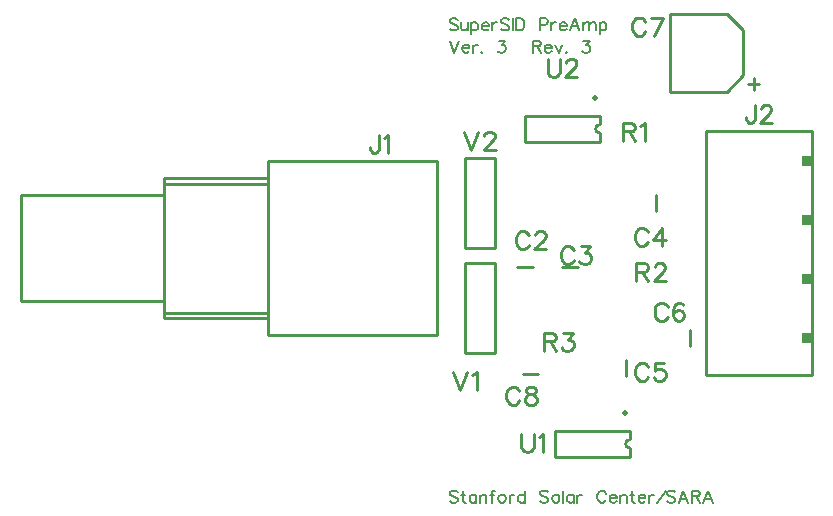
<source format=gbr>
G04 DipTrace 2.4.0.2*
%INTopSilk.gbr*%
%MOIN*%
%ADD10C,0.0098*%
%ADD53C,0.0093*%
%ADD54C,0.0062*%
%FSLAX44Y44*%
G04*
G70*
G90*
G75*
G01*
%LNTopSilk*%
%LPD*%
X17444Y10196D2*
D10*
Y9684D1*
X15225Y7439D2*
G02X15225Y7439I50J0D01*
G01*
X15440Y6562D2*
G03X15440Y6271I1J-146D01*
G01*
Y6850D2*
Y6562D1*
Y6271D2*
Y5982D1*
X12940Y6850D2*
Y5982D1*
X15440Y6850D2*
X12940D1*
X15440Y5982D2*
X12940D1*
X14225Y17939D2*
G02X14225Y17939I50J0D01*
G01*
X14440Y17062D2*
G03X14440Y16771I1J-146D01*
G01*
Y17350D2*
Y17062D1*
Y16771D2*
Y16482D1*
X11940Y17350D2*
Y16482D1*
X14440Y17350D2*
X11940D1*
X14440Y16482D2*
X11940D1*
X16313Y14696D2*
Y14184D1*
X13184Y12313D2*
X13696D1*
X11684D2*
X12196D1*
X15313Y9196D2*
Y8684D1*
X10940Y12440D2*
X9940D1*
Y9440D1*
X10940D1*
Y12440D1*
X9940Y12940D2*
X10940D1*
Y15940D1*
X9940D1*
Y12940D1*
X16794Y20739D2*
X18676D1*
X18665Y18141D2*
X19217Y18692D1*
X19559Y18609D2*
Y18207D1*
X16786Y20739D2*
Y18141D1*
X18679D2*
X16790D1*
X19220Y18692D2*
Y20188D1*
X19217Y20192D2*
X18665Y20743D1*
X19366Y18420D2*
X19752D1*
X12380Y8752D2*
X11869D1*
X21515Y8720D2*
Y16830D1*
X17971D1*
Y8720D1*
X21515D1*
G36*
X21168Y9784D2*
X21483D1*
Y10098D1*
X21168D1*
Y9784D1*
G37*
G36*
Y11751D2*
X21483D1*
Y12066D1*
X21168D1*
Y11751D1*
G37*
G36*
Y13719D2*
X21483D1*
Y14033D1*
X21168D1*
Y13719D1*
G37*
G36*
Y15689D2*
X21483D1*
Y16003D1*
X21168D1*
Y15689D1*
G37*
X3390Y10040D2*
D10*
X9005D1*
Y15838D1*
X3390D1*
Y10040D1*
X-4848Y11168D2*
X-99D1*
Y14712D1*
X-4848D1*
Y11168D1*
X-99Y10620D2*
X3390D1*
Y15260D1*
X-99D1*
Y10620D1*
Y10790D2*
X3390D1*
X-99Y15090D2*
X3390D1*
X16692Y10971D2*
D53*
X16663Y11028D1*
X16605Y11085D1*
X16548Y11114D1*
X16434D1*
X16376Y11085D1*
X16319Y11028D1*
X16290Y10971D1*
X16261Y10884D1*
Y10741D1*
X16290Y10655D1*
X16319Y10597D1*
X16376Y10540D1*
X16434Y10511D1*
X16548D1*
X16605Y10540D1*
X16663Y10597D1*
X16692Y10655D1*
X17221Y11028D2*
X17193Y11085D1*
X17106Y11113D1*
X17049D1*
X16963Y11085D1*
X16905Y10999D1*
X16877Y10855D1*
Y10712D1*
X16905Y10597D1*
X16963Y10540D1*
X17049Y10511D1*
X17078D1*
X17163Y10540D1*
X17221Y10597D1*
X17250Y10684D1*
Y10712D1*
X17221Y10798D1*
X17163Y10855D1*
X17078Y10884D1*
X17049D1*
X16963Y10855D1*
X16905Y10798D1*
X16877Y10712D1*
X11824Y6752D2*
Y6321D1*
X11853Y6235D1*
X11911Y6178D1*
X11997Y6149D1*
X12054D1*
X12140Y6178D1*
X12198Y6235D1*
X12226Y6321D1*
Y6752D1*
X12412Y6636D2*
X12469Y6666D1*
X12556Y6751D1*
Y6149D1*
X12695Y19252D2*
Y18821D1*
X12724Y18735D1*
X12782Y18678D1*
X12868Y18649D1*
X12925D1*
X13011Y18678D1*
X13069Y18735D1*
X13097Y18821D1*
Y19252D1*
X13312Y19108D2*
Y19136D1*
X13340Y19194D1*
X13369Y19223D1*
X13427Y19251D1*
X13541D1*
X13598Y19223D1*
X13627Y19194D1*
X13656Y19136D1*
Y19079D1*
X13627Y19022D1*
X13570Y18936D1*
X13283Y18649D1*
X13685D1*
X15200Y16827D2*
X15458D1*
X15545Y16856D1*
X15574Y16884D1*
X15602Y16942D1*
Y16999D1*
X15574Y17056D1*
X15545Y17085D1*
X15458Y17114D1*
X15200D1*
Y16511D1*
X15401Y16827D2*
X15602Y16511D1*
X15788Y16999D2*
X15845Y17028D1*
X15932Y17113D1*
Y16511D1*
X16032Y13471D2*
X16003Y13528D1*
X15946Y13585D1*
X15889Y13614D1*
X15774D1*
X15716Y13585D1*
X15659Y13528D1*
X15630Y13471D1*
X15601Y13384D1*
Y13241D1*
X15630Y13155D1*
X15659Y13097D1*
X15716Y13040D1*
X15774Y13011D1*
X15889D1*
X15946Y13040D1*
X16003Y13097D1*
X16032Y13155D1*
X16504Y13011D2*
Y13613D1*
X16217Y13212D1*
X16648D1*
X15650Y12157D2*
X15908D1*
X15994Y12187D1*
X16024Y12215D1*
X16052Y12272D1*
Y12330D1*
X16024Y12387D1*
X15994Y12416D1*
X15908Y12445D1*
X15650D1*
Y11842D1*
X15851Y12157D2*
X16052Y11842D1*
X16267Y12301D2*
Y12329D1*
X16295Y12387D1*
X16324Y12415D1*
X16381Y12444D1*
X16496D1*
X16553Y12415D1*
X16582Y12387D1*
X16611Y12329D1*
Y12272D1*
X16582Y12215D1*
X16525Y12129D1*
X16237Y11842D1*
X16639D1*
X13566Y12860D2*
X13538Y12917D1*
X13480Y12975D1*
X13423Y13003D1*
X13308D1*
X13251Y12975D1*
X13194Y12917D1*
X13164Y12860D1*
X13136Y12774D1*
Y12630D1*
X13164Y12544D1*
X13194Y12486D1*
X13251Y12429D1*
X13308Y12400D1*
X13423D1*
X13480Y12429D1*
X13538Y12486D1*
X13566Y12544D1*
X13809Y13002D2*
X14124D1*
X13953Y12773D1*
X14039D1*
X14096Y12744D1*
X14124Y12716D1*
X14154Y12630D1*
Y12573D1*
X14124Y12486D1*
X14067Y12429D1*
X13981Y12400D1*
X13895D1*
X13809Y12429D1*
X13781Y12458D1*
X13752Y12515D1*
X12066Y13360D2*
X12038Y13417D1*
X11980Y13475D1*
X11923Y13503D1*
X11808D1*
X11751Y13475D1*
X11694Y13417D1*
X11664Y13360D1*
X11636Y13274D1*
Y13130D1*
X11664Y13044D1*
X11694Y12986D1*
X11751Y12929D1*
X11808Y12900D1*
X11923D1*
X11980Y12929D1*
X12038Y12986D1*
X12066Y13044D1*
X12281Y13359D2*
Y13388D1*
X12309Y13445D1*
X12338Y13474D1*
X12396Y13502D1*
X12510D1*
X12567Y13474D1*
X12596Y13445D1*
X12625Y13388D1*
Y13331D1*
X12596Y13273D1*
X12539Y13187D1*
X12252Y12900D1*
X12654D1*
X16046Y8971D2*
X16018Y9028D1*
X15960Y9085D1*
X15903Y9114D1*
X15788D1*
X15730Y9085D1*
X15673Y9028D1*
X15644Y8971D1*
X15616Y8884D1*
Y8741D1*
X15644Y8655D1*
X15673Y8597D1*
X15730Y8540D1*
X15788Y8511D1*
X15903D1*
X15960Y8540D1*
X16018Y8597D1*
X16046Y8655D1*
X16576Y9113D2*
X16289D1*
X16261Y8855D1*
X16289Y8884D1*
X16375Y8913D1*
X16461D1*
X16547Y8884D1*
X16605Y8827D1*
X16633Y8741D1*
Y8684D1*
X16605Y8597D1*
X16547Y8540D1*
X16461Y8511D1*
X16375D1*
X16289Y8540D1*
X16261Y8569D1*
X16231Y8626D1*
X9546Y8819D2*
X9775Y8216D1*
X10005Y8819D1*
X10190Y8703D2*
X10248Y8732D1*
X10334Y8818D1*
Y8216D1*
X9917Y16819D2*
X10146Y16216D1*
X10376Y16819D1*
X10590Y16675D2*
Y16703D1*
X10619Y16761D1*
X10647Y16789D1*
X10705Y16818D1*
X10820D1*
X10877Y16789D1*
X10905Y16761D1*
X10935Y16703D1*
Y16646D1*
X10905Y16589D1*
X10848Y16503D1*
X10561Y16216D1*
X10963D1*
X15944Y20479D2*
X15916Y20536D1*
X15858Y20593D1*
X15801Y20622D1*
X15686D1*
X15629Y20593D1*
X15572Y20536D1*
X15542Y20479D1*
X15514Y20392D1*
Y20248D1*
X15542Y20163D1*
X15572Y20105D1*
X15629Y20048D1*
X15686Y20019D1*
X15801D1*
X15858Y20048D1*
X15916Y20105D1*
X15944Y20163D1*
X16244Y20019D2*
X16531Y20621D1*
X16130D1*
X11751Y8175D2*
X11723Y8233D1*
X11665Y8290D1*
X11608Y8319D1*
X11493D1*
X11435Y8290D1*
X11378Y8233D1*
X11349Y8175D1*
X11321Y8089D1*
Y7945D1*
X11349Y7860D1*
X11378Y7802D1*
X11435Y7745D1*
X11493Y7716D1*
X11608D1*
X11665Y7745D1*
X11723Y7802D1*
X11751Y7860D1*
X12080Y8318D2*
X11994Y8290D1*
X11965Y8233D1*
Y8175D1*
X11994Y8118D1*
X12051Y8089D1*
X12166Y8060D1*
X12252Y8032D1*
X12309Y7974D1*
X12338Y7917D1*
Y7831D1*
X12309Y7774D1*
X12281Y7744D1*
X12194Y7716D1*
X12080D1*
X11994Y7744D1*
X11965Y7774D1*
X11936Y7831D1*
Y7917D1*
X11965Y7974D1*
X12023Y8032D1*
X12108Y8060D1*
X12223Y8089D1*
X12281Y8118D1*
X12309Y8175D1*
Y8233D1*
X12281Y8290D1*
X12194Y8318D1*
X12080D1*
X12571Y9827D2*
X12829D1*
X12916Y9856D1*
X12945Y9884D1*
X12973Y9942D1*
Y9999D1*
X12945Y10056D1*
X12916Y10085D1*
X12829Y10114D1*
X12571D1*
Y9511D1*
X12772Y9827D2*
X12973Y9511D1*
X13216Y10113D2*
X13531D1*
X13360Y9884D1*
X13446D1*
X13503Y9855D1*
X13531Y9827D1*
X13561Y9741D1*
Y9684D1*
X13531Y9597D1*
X13474Y9540D1*
X13388Y9511D1*
X13302D1*
X13216Y9540D1*
X13188Y9569D1*
X13159Y9626D1*
X19593Y17708D2*
Y17249D1*
X19565Y17163D1*
X19535Y17135D1*
X19478Y17106D1*
X19421D1*
X19364Y17135D1*
X19335Y17163D1*
X19306Y17249D1*
Y17307D1*
X19808Y17565D2*
Y17593D1*
X19836Y17651D1*
X19865Y17679D1*
X19922Y17708D1*
X20037D1*
X20094Y17679D1*
X20123Y17651D1*
X20152Y17593D1*
Y17536D1*
X20123Y17478D1*
X20066Y17393D1*
X19778Y17106D1*
X20180D1*
X7058Y16716D2*
Y16257D1*
X7029Y16171D1*
X7000Y16143D1*
X6943Y16113D1*
X6885D1*
X6828Y16143D1*
X6800Y16171D1*
X6770Y16257D1*
Y16314D1*
X7243Y16601D2*
X7301Y16630D1*
X7387Y16716D1*
Y16113D1*
X9693Y20543D2*
D54*
X9654Y20582D1*
X9597Y20601D1*
X9521D1*
X9463Y20582D1*
X9425Y20543D1*
Y20505D1*
X9444Y20467D1*
X9463Y20448D1*
X9501Y20429D1*
X9616Y20390D1*
X9654Y20371D1*
X9674Y20352D1*
X9693Y20314D1*
Y20256D1*
X9654Y20218D1*
X9597Y20199D1*
X9521D1*
X9463Y20218D1*
X9425Y20256D1*
X9816Y20467D2*
Y20275D1*
X9835Y20218D1*
X9874Y20199D1*
X9931D1*
X9969Y20218D1*
X10026Y20275D1*
Y20467D2*
Y20199D1*
X10150Y20467D2*
Y20065D1*
Y20409D2*
X10188Y20447D1*
X10227Y20467D1*
X10284D1*
X10322Y20447D1*
X10360Y20409D1*
X10380Y20352D1*
Y20313D1*
X10360Y20256D1*
X10322Y20218D1*
X10284Y20199D1*
X10227D1*
X10188Y20218D1*
X10150Y20256D1*
X10503Y20352D2*
X10733D1*
Y20390D1*
X10714Y20429D1*
X10695Y20448D1*
X10656Y20467D1*
X10599D1*
X10561Y20448D1*
X10522Y20409D1*
X10503Y20352D1*
Y20314D1*
X10522Y20256D1*
X10561Y20218D1*
X10599Y20199D1*
X10656D1*
X10695Y20218D1*
X10733Y20256D1*
X10856Y20467D2*
Y20199D1*
Y20352D2*
X10876Y20409D1*
X10914Y20448D1*
X10952Y20467D1*
X11010D1*
X11401Y20543D2*
X11363Y20582D1*
X11306Y20601D1*
X11229D1*
X11172Y20582D1*
X11133Y20543D1*
Y20505D1*
X11153Y20467D1*
X11172Y20448D1*
X11210Y20429D1*
X11325Y20390D1*
X11363Y20371D1*
X11382Y20352D1*
X11401Y20314D1*
Y20256D1*
X11363Y20218D1*
X11306Y20199D1*
X11229D1*
X11172Y20218D1*
X11133Y20256D1*
X11525Y20601D2*
Y20199D1*
X11648Y20601D2*
Y20199D1*
X11782D1*
X11840Y20218D1*
X11878Y20256D1*
X11897Y20295D1*
X11916Y20352D1*
Y20448D1*
X11897Y20505D1*
X11878Y20543D1*
X11840Y20582D1*
X11782Y20601D1*
X11648D1*
X12429Y20390D2*
X12601D1*
X12658Y20409D1*
X12678Y20429D1*
X12697Y20467D1*
Y20524D1*
X12678Y20562D1*
X12658Y20582D1*
X12601Y20601D1*
X12429D1*
Y20199D1*
X12820Y20467D2*
Y20199D1*
Y20352D2*
X12840Y20409D1*
X12878Y20448D1*
X12916Y20467D1*
X12974D1*
X13097Y20352D2*
X13327D1*
Y20390D1*
X13307Y20429D1*
X13288Y20448D1*
X13250Y20467D1*
X13193D1*
X13155Y20448D1*
X13116Y20409D1*
X13097Y20352D1*
Y20314D1*
X13116Y20256D1*
X13155Y20218D1*
X13193Y20199D1*
X13250D1*
X13288Y20218D1*
X13327Y20256D1*
X13756Y20199D2*
X13603Y20601D1*
X13450Y20199D1*
X13507Y20333D2*
X13699D1*
X13880Y20467D2*
Y20199D1*
Y20390D2*
X13937Y20448D1*
X13976Y20467D1*
X14033D1*
X14071Y20448D1*
X14090Y20390D1*
Y20199D1*
Y20390D2*
X14148Y20448D1*
X14186Y20467D1*
X14243D1*
X14282Y20448D1*
X14301Y20390D1*
Y20199D1*
X14425Y20467D2*
Y20065D1*
Y20409D2*
X14463Y20447D1*
X14501Y20467D1*
X14559D1*
X14597Y20447D1*
X14635Y20409D1*
X14655Y20352D1*
Y20313D1*
X14635Y20256D1*
X14597Y20218D1*
X14559Y20199D1*
X14501D1*
X14463Y20218D1*
X14425Y20256D1*
X9425Y19851D2*
X9578Y19449D1*
X9731Y19851D1*
X9854Y19602D2*
X10084D1*
Y19640D1*
X10065Y19679D1*
X10046Y19698D1*
X10007Y19717D1*
X9950D1*
X9912Y19698D1*
X9873Y19659D1*
X9854Y19602D1*
Y19564D1*
X9873Y19506D1*
X9912Y19468D1*
X9950Y19449D1*
X10007D1*
X10046Y19468D1*
X10084Y19506D1*
X10207Y19717D2*
Y19449D1*
Y19602D2*
X10227Y19659D1*
X10265Y19698D1*
X10303Y19717D1*
X10360D1*
X10503Y19487D2*
X10484Y19468D1*
X10503Y19449D1*
X10522Y19468D1*
X10503Y19487D1*
X11073Y19850D2*
X11283D1*
X11169Y19697D1*
X11226D1*
X11264Y19678D1*
X11283Y19659D1*
X11303Y19602D1*
Y19564D1*
X11283Y19506D1*
X11245Y19468D1*
X11188Y19449D1*
X11130D1*
X11073Y19468D1*
X11054Y19487D1*
X11035Y19525D1*
X12204Y19659D2*
X12376D1*
X12433Y19679D1*
X12453Y19698D1*
X12472Y19736D1*
Y19774D1*
X12453Y19812D1*
X12433Y19832D1*
X12376Y19851D1*
X12204D1*
Y19449D1*
X12338Y19659D2*
X12472Y19449D1*
X12595Y19602D2*
X12825D1*
Y19640D1*
X12806Y19679D1*
X12787Y19698D1*
X12748Y19717D1*
X12691D1*
X12653Y19698D1*
X12614Y19659D1*
X12595Y19602D1*
Y19564D1*
X12614Y19506D1*
X12653Y19468D1*
X12691Y19449D1*
X12748D1*
X12787Y19468D1*
X12825Y19506D1*
X12948Y19717D2*
X13063Y19449D1*
X13178Y19717D1*
X13320Y19487D2*
X13301Y19468D1*
X13320Y19449D1*
X13340Y19468D1*
X13320Y19487D1*
X13891Y19850D2*
X14101D1*
X13986Y19697D1*
X14044D1*
X14082Y19678D1*
X14101Y19659D1*
X14120Y19602D1*
Y19564D1*
X14101Y19506D1*
X14063Y19468D1*
X14005Y19449D1*
X13948D1*
X13891Y19468D1*
X13872Y19487D1*
X13852Y19525D1*
X9693Y4793D2*
X9654Y4832D1*
X9597Y4851D1*
X9521D1*
X9463Y4832D1*
X9425Y4793D1*
Y4755D1*
X9444Y4717D1*
X9463Y4698D1*
X9501Y4679D1*
X9616Y4640D1*
X9654Y4621D1*
X9674Y4602D1*
X9693Y4564D1*
Y4506D1*
X9654Y4468D1*
X9597Y4449D1*
X9521D1*
X9463Y4468D1*
X9425Y4506D1*
X9874Y4851D2*
Y4525D1*
X9893Y4468D1*
X9931Y4449D1*
X9969D1*
X9816Y4717D2*
X9950D1*
X10322D2*
Y4449D1*
Y4659D2*
X10284Y4698D1*
X10246Y4717D1*
X10188D1*
X10150Y4698D1*
X10112Y4659D1*
X10093Y4602D1*
Y4564D1*
X10112Y4506D1*
X10150Y4468D1*
X10188Y4449D1*
X10246D1*
X10284Y4468D1*
X10322Y4506D1*
X10446Y4717D2*
Y4449D1*
Y4640D2*
X10503Y4698D1*
X10541Y4717D1*
X10599D1*
X10637Y4698D1*
X10656Y4640D1*
Y4449D1*
X10932Y4851D2*
X10894D1*
X10856Y4832D1*
X10837Y4774D1*
Y4449D1*
X10780Y4717D2*
X10913D1*
X11152D2*
X11113Y4698D1*
X11075Y4659D1*
X11056Y4602D1*
Y4564D1*
X11075Y4506D1*
X11113Y4468D1*
X11152Y4449D1*
X11209D1*
X11247Y4468D1*
X11285Y4506D1*
X11305Y4564D1*
Y4602D1*
X11285Y4659D1*
X11247Y4698D1*
X11209Y4717D1*
X11152D1*
X11428D2*
Y4449D1*
Y4602D2*
X11448Y4659D1*
X11486Y4698D1*
X11524Y4717D1*
X11582D1*
X11935Y4851D2*
Y4449D1*
Y4659D2*
X11897Y4698D1*
X11858Y4717D1*
X11801D1*
X11763Y4698D1*
X11724Y4659D1*
X11705Y4602D1*
Y4564D1*
X11724Y4506D1*
X11763Y4468D1*
X11801Y4449D1*
X11858D1*
X11897Y4468D1*
X11935Y4506D1*
X12715Y4793D2*
X12677Y4832D1*
X12620Y4851D1*
X12543D1*
X12486Y4832D1*
X12447Y4793D1*
Y4755D1*
X12467Y4717D1*
X12486Y4698D1*
X12524Y4679D1*
X12639Y4640D1*
X12677Y4621D1*
X12696Y4602D1*
X12715Y4564D1*
Y4506D1*
X12677Y4468D1*
X12620Y4449D1*
X12543D1*
X12486Y4468D1*
X12447Y4506D1*
X12934Y4717D2*
X12896Y4698D1*
X12858Y4659D1*
X12839Y4602D1*
Y4564D1*
X12858Y4506D1*
X12896Y4468D1*
X12934Y4449D1*
X12992D1*
X13030Y4468D1*
X13068Y4506D1*
X13088Y4564D1*
Y4602D1*
X13068Y4659D1*
X13030Y4698D1*
X12992Y4717D1*
X12934D1*
X13211Y4851D2*
Y4449D1*
X13564Y4717D2*
Y4449D1*
Y4659D2*
X13526Y4698D1*
X13488Y4717D1*
X13431D1*
X13392Y4698D1*
X13354Y4659D1*
X13335Y4602D1*
Y4564D1*
X13354Y4506D1*
X13392Y4468D1*
X13431Y4449D1*
X13488D1*
X13526Y4468D1*
X13564Y4506D1*
X13688Y4717D2*
Y4449D1*
Y4602D2*
X13707Y4659D1*
X13745Y4698D1*
X13784Y4717D1*
X13841D1*
X14640Y4755D2*
X14621Y4793D1*
X14583Y4832D1*
X14545Y4851D1*
X14468D1*
X14430Y4832D1*
X14392Y4793D1*
X14372Y4755D1*
X14353Y4698D1*
Y4602D1*
X14372Y4545D1*
X14392Y4506D1*
X14430Y4468D1*
X14468Y4449D1*
X14545D1*
X14583Y4468D1*
X14621Y4506D1*
X14640Y4545D1*
X14764Y4602D2*
X14993D1*
Y4640D1*
X14974Y4679D1*
X14955Y4698D1*
X14917Y4717D1*
X14859D1*
X14821Y4698D1*
X14783Y4659D1*
X14764Y4602D1*
Y4564D1*
X14783Y4506D1*
X14821Y4468D1*
X14859Y4449D1*
X14917D1*
X14955Y4468D1*
X14993Y4506D1*
X15117Y4717D2*
Y4449D1*
Y4640D2*
X15174Y4698D1*
X15213Y4717D1*
X15270D1*
X15308Y4698D1*
X15327Y4640D1*
Y4449D1*
X15508Y4851D2*
Y4525D1*
X15527Y4468D1*
X15566Y4449D1*
X15604D1*
X15451Y4717D2*
X15585D1*
X15727Y4602D2*
X15957D1*
Y4640D1*
X15938Y4679D1*
X15919Y4698D1*
X15880Y4717D1*
X15823D1*
X15785Y4698D1*
X15746Y4659D1*
X15727Y4602D1*
Y4564D1*
X15746Y4506D1*
X15785Y4468D1*
X15823Y4449D1*
X15880D1*
X15919Y4468D1*
X15957Y4506D1*
X16080Y4717D2*
Y4449D1*
Y4602D2*
X16100Y4659D1*
X16138Y4698D1*
X16176Y4717D1*
X16234D1*
X16357Y4449D2*
X16625Y4850D1*
X16943Y4793D2*
X16904Y4832D1*
X16847Y4851D1*
X16771D1*
X16713Y4832D1*
X16675Y4793D1*
Y4755D1*
X16694Y4717D1*
X16713Y4698D1*
X16751Y4679D1*
X16866Y4640D1*
X16904Y4621D1*
X16924Y4602D1*
X16943Y4564D1*
Y4506D1*
X16904Y4468D1*
X16847Y4449D1*
X16771D1*
X16713Y4468D1*
X16675Y4506D1*
X17372Y4449D2*
X17219Y4851D1*
X17066Y4449D1*
X17124Y4583D2*
X17315D1*
X17496Y4659D2*
X17668D1*
X17725Y4679D1*
X17745Y4698D1*
X17764Y4736D1*
Y4774D1*
X17745Y4812D1*
X17725Y4832D1*
X17668Y4851D1*
X17496D1*
Y4449D1*
X17630Y4659D2*
X17764Y4449D1*
X18194D2*
X18040Y4851D1*
X17887Y4449D1*
X17945Y4583D2*
X18136D1*
M02*

</source>
